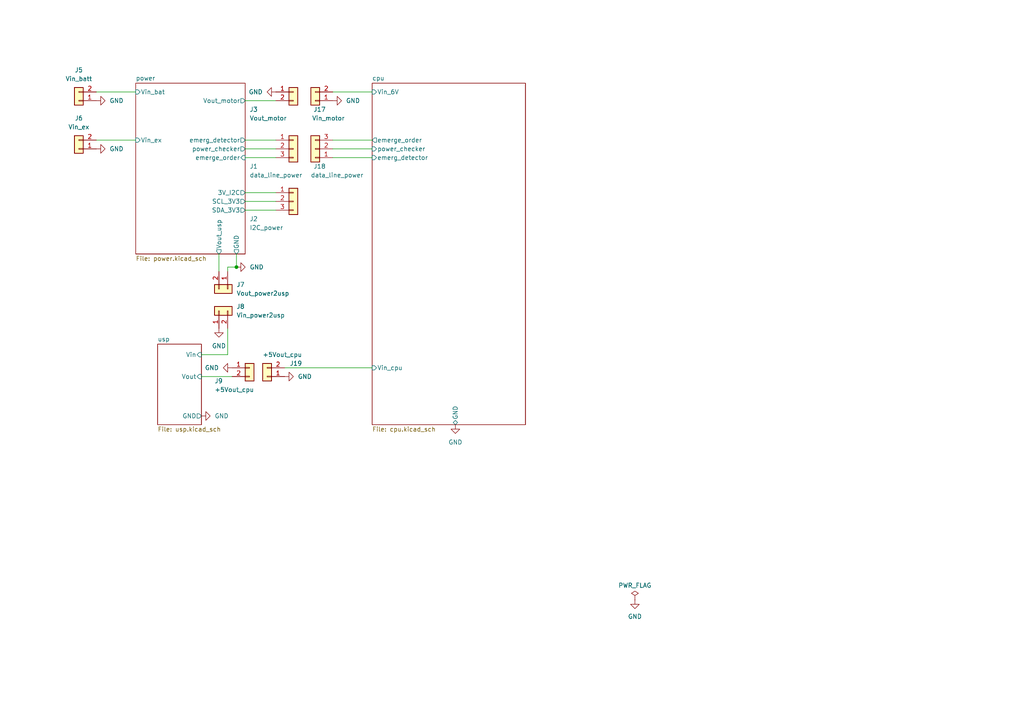
<source format=kicad_sch>
(kicad_sch (version 20230121) (generator eeschema)
  (paper "A4")
  (lib_symbols
    (symbol "Connector_Generic:Conn_01x02" (pin_names (offset 1.016) hide)
      (property "Reference" "J" (at 0 2.54 0))
      (property "Value" "Conn_01x02" (at 0 -5.08 0))
      (symbol "Conn_01x02_1_1"
        (rectangle (start -1.27 -2.413) (end 0 -2.667) (stroke (width 0.1524)))
        (rectangle (start -1.27 0.127) (end 0 -0.127) (stroke (width 0.1524)))
        (rectangle (start -1.27 1.27) (end 1.27 -3.81) (stroke (width 0.254)) (fill (type background)))
        (pin passive line (at -5.08 0 0) (length 3.81) (name "Pin_1") (number "1"))
        (pin passive line (at -5.08 -2.54 0) (length 3.81) (name "Pin_2") (number "2"))
      )
    )
    (symbol "Connector_Generic:Conn_01x03" (pin_names (offset 1.016) hide)
      (property "Reference" "J" (at 0 5.08 0))
      (property "Value" "Conn_01x03" (at 0 -5.08 0))
      (symbol "Conn_01x03_1_1"
        (rectangle (start -1.27 -2.413) (end 0 -2.667) (stroke (width 0.1524)))
        (rectangle (start -1.27 0.127) (end 0 -0.127) (stroke (width 0.1524)))
        (rectangle (start -1.27 2.667) (end 0 2.413) (stroke (width 0.1524)))
        (rectangle (start -1.27 3.81) (end 1.27 -3.81) (stroke (width 0.254)) (fill (type background)))
        (pin passive line (at -5.08 2.54 0) (length 3.81) (name "Pin_1") (number "1"))
        (pin passive line (at -5.08 0 0) (length 3.81) (name "Pin_2") (number "2"))
        (pin passive line (at -5.08 -2.54 0) (length 3.81) (name "Pin_3") (number "3"))
      )
    )
    (symbol "power:GND" (power) (pin_names (offset 0))
      (property "Value" "GND" (at 0 -3.81 0))
      (symbol "GND_0_1"
        (polyline (pts (xy 0 0) (xy 0 -1.27) (xy 1.27 -1.27) (xy 0 -2.54) (xy -1.27 -1.27) (xy 0 -1.27)))
      )
      (symbol "GND_1_1"
        (pin power_in line (at 0 0 270) (length 0) hide (name "GND") (number "1"))
      )
    )
    (symbol "power:PWR_FLAG" (power) (pin_numbers hide) (pin_names (offset 0) hide)
      (property "Value" "PWR_FLAG" (at 0 3.81 0))
      (symbol "PWR_FLAG_0_0"
        (pin power_out line (at 0 0 90) (length 0) (name "pwr") (number "1"))
      )
      (symbol "PWR_FLAG_0_1"
        (polyline (pts (xy 0 0) (xy 0 1.27) (xy -1.016 1.905) (xy 0 2.54) (xy 1.016 1.905) (xy 0 1.27)))
      )
    )
  )
  (junction (at 68.58 77.47))
  (wire (pts (xy 71.12 55.88) (xy 80.01 55.88)))
  (wire (pts (xy 71.12 40.64) (xy 80.01 40.64)))
  (wire (pts (xy 68.58 73.66) (xy 68.58 77.47)))
  (wire (pts (xy 96.52 45.72) (xy 107.95 45.72)))
  (wire (pts (xy 71.12 58.42) (xy 80.01 58.42)))
  (wire (pts (xy 58.42 109.22) (xy 67.31 109.22)))
  (wire (pts (xy 66.04 77.47) (xy 68.58 77.47)))
  (wire (pts (xy 66.04 78.74) (xy 66.04 77.47)))
  (wire (pts (xy 63.5 73.66) (xy 63.5 78.74)))
  (wire (pts (xy 96.52 40.64) (xy 107.95 40.64)))
  (wire (pts (xy 71.12 45.72) (xy 80.01 45.72)))
  (wire (pts (xy 66.04 102.87) (xy 66.04 95.25)))
  (wire (pts (xy 58.42 102.87) (xy 66.04 102.87)))
  (wire (pts (xy 71.12 60.96) (xy 80.01 60.96)))
  (wire (pts (xy 27.94 26.67) (xy 39.37 26.67)))
  (wire (pts (xy 82.55 106.68) (xy 107.95 106.68)))
  (wire (pts (xy 27.94 40.64) (xy 39.37 40.64)))
  (wire (pts (xy 71.12 43.18) (xy 80.01 43.18)))
  (wire (pts (xy 96.52 43.18) (xy 107.95 43.18)))
  (wire (pts (xy 71.12 29.21) (xy 80.01 29.21)))
  (wire (pts (xy 96.52 26.67) (xy 107.95 26.67)))
  (symbol (lib_id "power:GND") (at 67.31 106.68 270) (unit 1)
    (property "Reference" "#PWR069" (effects hide))
    (property "Value" "GND" (at 63.5 106.68 90) (effects (justify right)))
  )
  (symbol (lib_id "power:GND") (at 58.42 120.65 90) (unit 1)
    (property "Reference" "#PWR070" (effects hide))
    (property "Value" "GND" (at 62.23 120.65 90) (effects (justify right)))
  )
  (symbol (lib_id "power:GND") (at 27.94 29.21 90) (unit 1)
    (property "Reference" "#PWR053" (effects hide))
    (property "Value" "GND" (at 31.75 29.21 90) (effects (justify right)))
  )
  (symbol (lib_id "Connector_Generic:Conn_01x02") (at 72.39 106.68 0) (unit 1)
    (property "Reference" "J9" (at 62.23 110.49 0) (effects (justify left)))
    (property "Value" "+5Vout_cpu" (at 62.23 113.03 0) (effects (justify left)))
  )
  (symbol (lib_id "power:GND") (at 82.55 109.22 90) (unit 1)
    (property "Reference" "#PWR0105" (effects hide))
    (property "Value" "GND" (at 86.36 109.22 90) (effects (justify right)))
  )
  (symbol (lib_id "Connector_Generic:Conn_01x03") (at 85.09 58.42 0) (unit 1)
    (property "Reference" "J2" (at 72.39 63.5 0) (effects (justify left)))
    (property "Value" "I2C_power" (at 72.39 66.04 0) (effects (justify left)))
  )
  (symbol (lib_id "Connector_Generic:Conn_01x02") (at 63.5 90.17 90) (unit 1)
    (property "Reference" "J8" (at 68.58 88.9 90) (effects (justify right)))
    (property "Value" "Vin_power2usp" (at 68.58 91.44 90) (effects (justify right)))
  )
  (symbol (lib_id "power:GND") (at 68.58 77.47 90) (unit 1)
    (property "Reference" "#PWR049" (effects hide))
    (property "Value" "GND" (at 72.39 77.47 90) (effects (justify right)))
  )
  (symbol (lib_id "power:GND") (at 80.01 26.67 270) (unit 1)
    (property "Reference" "#PWR052" (effects hide))
    (property "Value" "GND" (at 76.2 26.67 90) (effects (justify right)))
  )
  (symbol (lib_id "power:GND") (at 132.08 123.19 0) (unit 1)
    (property "Reference" "#PWR0104" (effects hide))
    (property "Value" "GND" (at 132.08 128.27 0))
  )
  (symbol (lib_id "power:PWR_FLAG") (at 184.15 173.99 0) (unit 1)
    (property "Reference" "#FLG01" (effects hide))
    (property "Value" "PWR_FLAG" (at 184.15 169.799 0))
  )
  (symbol (lib_id "Connector_Generic:Conn_01x02") (at 91.44 29.21 180) (unit 1)
    (property "Reference" "J17" (at 92.71 31.75 0))
    (property "Value" "Vin_motor" (at 95.25 34.29 0))
  )
  (symbol (lib_id "Connector_Generic:Conn_01x03") (at 85.09 43.18 0) (unit 1)
    (property "Reference" "J1" (at 72.39 48.26 0) (effects (justify left)))
    (property "Value" "data_line_power" (at 72.39 50.8 0) (effects (justify left)))
  )
  (symbol (lib_id "power:GND") (at 63.5 95.25 0) (unit 1)
    (property "Reference" "#PWR068" (effects hide))
    (property "Value" "GND" (at 63.5 100.33 0))
  )
  (symbol (lib_id "power:GND") (at 27.94 43.18 90) (unit 1)
    (property "Reference" "#PWR054" (effects hide))
    (property "Value" "GND" (at 31.75 43.18 90) (effects (justify right)))
  )
  (symbol (lib_id "Connector_Generic:Conn_01x02") (at 77.47 109.22 180) (unit 1)
    (property "Reference" "J19" (at 87.63 105.41 0) (effects (justify left)))
    (property "Value" "+5Vout_cpu" (at 87.63 102.87 0) (effects (justify left)))
  )
  (symbol (lib_id "Connector_Generic:Conn_01x02") (at 66.04 83.82 270) (unit 1)
    (property "Reference" "J7" (at 68.58 82.55 90) (effects (justify left)))
    (property "Value" "Vout_power2usp" (at 68.58 85.09 90) (effects (justify left)))
  )
  (symbol (lib_id "Connector_Generic:Conn_01x02") (at 22.86 43.18 180) (unit 1)
    (property "Reference" "J6" (at 22.86 34.29 0))
    (property "Value" "Vin_ex" (at 22.86 36.83 0))
  )
  (symbol (lib_id "Connector_Generic:Conn_01x02") (at 22.86 29.21 180) (unit 1)
    (property "Reference" "J5" (at 22.86 20.32 0))
    (property "Value" "Vin_batt" (at 22.86 22.86 0))
  )
  (symbol (lib_id "Connector_Generic:Conn_01x03") (at 91.44 43.18 180) (unit 1)
    (property "Reference" "J18" (at 92.71 48.26 0))
    (property "Value" "data_line_power" (at 97.79 50.8 0))
  )
  (symbol (lib_id "Connector_Generic:Conn_01x02") (at 85.09 26.67 0) (unit 1)
    (property "Reference" "J3" (at 72.39 31.75 0) (effects (justify left)))
    (property "Value" "Vout_motor" (at 72.39 34.29 0) (effects (justify left)))
  )
  (symbol (lib_id "power:GND") (at 184.15 173.99 0) (unit 1)
    (property "Reference" "#PWR01" (effects hide))
    (property "Value" "GND" (at 184.15 178.816 0))
  )
  (symbol (lib_id "power:GND") (at 96.52 29.21 90) (unit 1)
    (property "Reference" "#PWR0103" (effects hide))
    (property "Value" "GND" (at 100.33 29.21 90) (effects (justify right)))
  )
  (sheet (at 39.37 24.13) (size 31.75 49.53) (stroke (width 0.1524)) (fill (color 255 255 255 0.0000))
    (property "Sheetname" "power" (at 39.37 23.4184 0) (effects (justify left bottom)))
    (property "Sheetfile" "power.kicad_sch" (at 39.37 74.2446 0) (effects (justify left top)))
    (pin "Vout_usp" output (at 63.5 73.66 270))
    (pin "Vout_motor" output (at 71.12 29.21 0))
    (pin "Vin_bat" input (at 39.37 26.67 180))
    (pin "Vin_ex" input (at 39.37 40.64 180))
    (pin "emerg_detector" output (at 71.12 40.64 0))
    (pin "emerge_order" input (at 71.12 45.72 0))
    (pin "power_checker" output (at 71.12 43.18 0))
    (pin "SCL_3V3" output (at 71.12 58.42 0))
    (pin "SDA_3V3" output (at 71.12 60.96 0))
    (pin "GND" output (at 68.58 73.66 270))
    (pin "3V_I2C" output (at 71.12 55.88 0))
  )
  (sheet (at 45.72 99.822) (size 12.7 23.368) (stroke (width 0.1524)) (fill (color 255 255 255 0.0000))
    (property "Sheetname" "usp" (at 45.72 99.1104 0) (effects (justify left bottom)))
    (property "Sheetfile" "usp.kicad_sch" (at 45.72 123.7746 0) (effects (justify left top)))
    (pin "GND" output (at 58.42 120.65 0))
    (pin "Vin" input (at 58.42 102.87 0))
    (pin "Vout" input (at 58.42 109.22 0))
  )
  (sheet (at 107.95 24.13) (size 44.45 99.06) (stroke (width 0.1524)) (fill (color 255 255 255 0.0000))
    (property "Sheetname" "cpu" (at 107.95 23.4184 0) (effects (justify left bottom)))
    (property "Sheetfile" "cpu.kicad_sch" (at 107.95 123.7746 0) (effects (justify left top)))
    (pin "Vin_6V" input (at 107.95 26.67 180))
    (pin "Vin_cpu" input (at 107.95 106.68 180))
    (pin "GND" bidirectional (at 132.08 123.19 270))
    (pin "emerg_detector" input (at 107.95 45.72 180))
    (pin "emerge_order" output (at 107.95 40.64 180))
    (pin "power_checker" input (at 107.95 43.18 180))
  )
)
</source>
